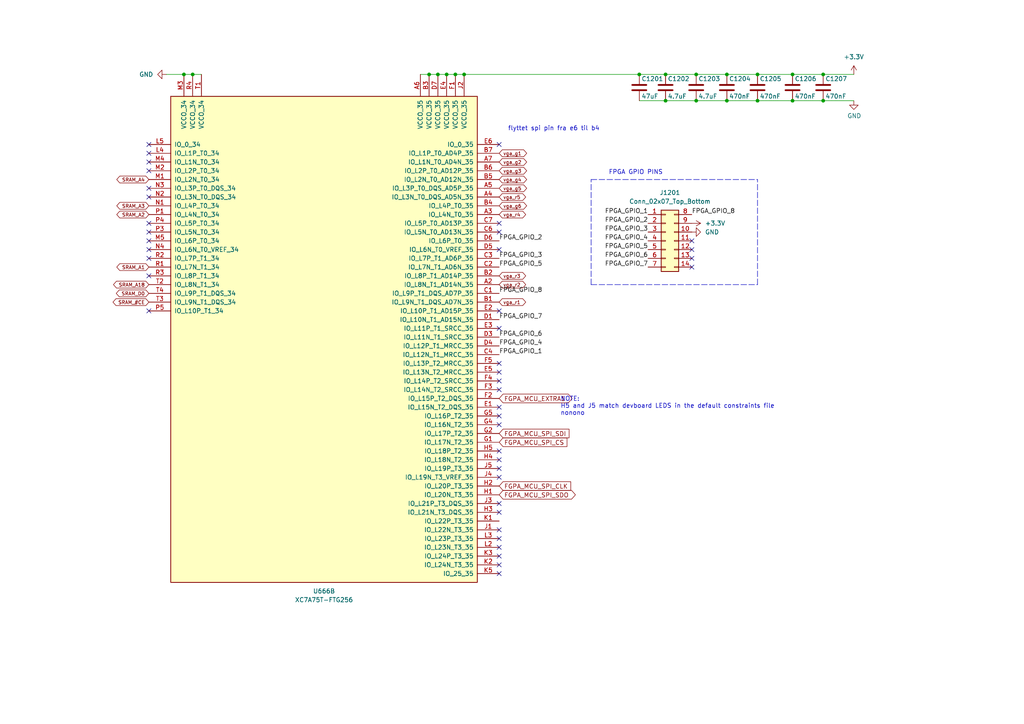
<source format=kicad_sch>
(kicad_sch (version 20211123) (generator eeschema)
  (paper "A4")
  (lib_symbols
    (symbol "Connector_Generic:Conn_02x07_Top_Bottom" (pin_names (offset 1.016) hide)
      (property "Reference" "J" (at 1.27 10.16 0))
      (property "Value" "Conn_02x07_Top_Bottom" (at 1.27 -10.16 0))
      (symbol "Conn_02x07_Top_Bottom_1_1"
        (rectangle (start -1.27 -7.493) (end 0 -7.747) (stroke (width 0.1524)))
        (rectangle (start -1.27 -4.953) (end 0 -5.207) (stroke (width 0.1524)))
        (rectangle (start -1.27 -2.413) (end 0 -2.667) (stroke (width 0.1524)))
        (rectangle (start -1.27 0.127) (end 0 -0.127) (stroke (width 0.1524)))
        (rectangle (start -1.27 2.667) (end 0 2.413) (stroke (width 0.1524)))
        (rectangle (start -1.27 5.207) (end 0 4.953) (stroke (width 0.1524)))
        (rectangle (start -1.27 7.747) (end 0 7.493) (stroke (width 0.1524)))
        (rectangle (start -1.27 8.89) (end 3.81 -8.89) (stroke (width 0.254)) (fill (type background)))
        (rectangle (start 3.81 -7.493) (end 2.54 -7.747) (stroke (width 0.1524)))
        (rectangle (start 3.81 -4.953) (end 2.54 -5.207) (stroke (width 0.1524)))
        (rectangle (start 3.81 -2.413) (end 2.54 -2.667) (stroke (width 0.1524)))
        (rectangle (start 3.81 0.127) (end 2.54 -0.127) (stroke (width 0.1524)))
        (rectangle (start 3.81 2.667) (end 2.54 2.413) (stroke (width 0.1524)))
        (rectangle (start 3.81 5.207) (end 2.54 4.953) (stroke (width 0.1524)))
        (rectangle (start 3.81 7.747) (end 2.54 7.493) (stroke (width 0.1524)))
        (pin passive line (at -5.08 7.62 0) (length 3.81) (name "Pin_1") (number "1"))
        (pin passive line (at 7.62 2.54 180) (length 3.81) (name "Pin_10") (number "10"))
        (pin passive line (at 7.62 0 180) (length 3.81) (name "Pin_11") (number "11"))
        (pin passive line (at 7.62 -2.54 180) (length 3.81) (name "Pin_12") (number "12"))
        (pin passive line (at 7.62 -5.08 180) (length 3.81) (name "Pin_13") (number "13"))
        (pin passive line (at 7.62 -7.62 180) (length 3.81) (name "Pin_14") (number "14"))
        (pin passive line (at -5.08 5.08 0) (length 3.81) (name "Pin_2") (number "2"))
        (pin passive line (at -5.08 2.54 0) (length 3.81) (name "Pin_3") (number "3"))
        (pin passive line (at -5.08 0 0) (length 3.81) (name "Pin_4") (number "4"))
        (pin passive line (at -5.08 -2.54 0) (length 3.81) (name "Pin_5") (number "5"))
        (pin passive line (at -5.08 -5.08 0) (length 3.81) (name "Pin_6") (number "6"))
        (pin passive line (at -5.08 -7.62 0) (length 3.81) (name "Pin_7") (number "7"))
        (pin passive line (at 7.62 7.62 180) (length 3.81) (name "Pin_8") (number "8"))
        (pin passive line (at 7.62 5.08 180) (length 3.81) (name "Pin_9") (number "9"))
      )
    )
    (symbol "Device:C" (pin_numbers hide) (pin_names (offset 0.254))
      (property "Reference" "C" (at 0.635 2.54 0))
      (property "Value" "C" (at 0.635 -2.54 0))
      (symbol "C_0_1"
        (polyline (pts (xy -2.032 -0.762) (xy 2.032 -0.762)) (stroke (width 0.508)))
        (polyline (pts (xy -2.032 0.762) (xy 2.032 0.762)) (stroke (width 0.508)))
      )
      (symbol "C_1_1"
        (pin passive line (at 0 3.81 270) (length 2.794) (name "~") (number "1"))
        (pin passive line (at 0 -3.81 90) (length 2.794) (name "~") (number "2"))
      )
    )
    (symbol "FPGA_Xilinx_Artix7:XC7A75T-FTG256" (pin_names (offset 1.016))
      (property "Reference" "U" (at 0 1.27 0))
      (property "Value" "XC7A75T-FTG256" (at 0 -1.27 0))
      (symbol "XC7A75T-FTG256_1_1"
        (rectangle (start -44.45 67.31) (end 44.45 -73.66) (stroke (width 0.254)) (fill (type background)))
        (pin bidirectional line (at 50.8 38.1 180) (length 6.35) (name "IO_L3N_T0_DQS_AD1N_15") (number "A10"))
        (pin bidirectional line (at 50.8 27.94 180) (length 6.35) (name "IO_L5N_T0_AD9N_15") (number "A12"))
        (pin bidirectional line (at 50.8 20.32 180) (length 6.35) (name "IO_L7P_T1_AD2P_15") (number "A13"))
        (pin bidirectional line (at 50.8 17.78 180) (length 6.35) (name "IO_L7N_T1_AD2N_15") (number "A14"))
        (pin bidirectional line (at 50.8 7.62 180) (length 6.35) (name "IO_L9N_T1_DQS_AD3N_15") (number "A15"))
        (pin power_in line (at 27.94 73.66 270) (length 6.35) (name "VCCO_15") (number "A16"))
        (pin bidirectional line (at 50.8 45.72 180) (length 6.35) (name "IO_L2P_T0_AD8P_15") (number "A8"))
        (pin bidirectional line (at 50.8 43.18 180) (length 6.35) (name "IO_L2N_T0_AD8N_15") (number "A9"))
        (pin bidirectional line (at 50.8 35.56 180) (length 6.35) (name "IO_L4P_T0_15") (number "B10"))
        (pin bidirectional line (at 50.8 33.02 180) (length 6.35) (name "IO_L4N_T0_15") (number "B11"))
        (pin bidirectional line (at 50.8 30.48 180) (length 6.35) (name "IO_L5P_T0_AD9P_15") (number "B12"))
        (pin power_in line (at 30.48 73.66 270) (length 6.35) (name "VCCO_15") (number "B13"))
        (pin bidirectional line (at 50.8 12.7 180) (length 6.35) (name "IO_L8N_T1_AD10N_15") (number "B14"))
        (pin bidirectional line (at 50.8 10.16 180) (length 6.35) (name "IO_L9P_T1_DQS_AD3P_15") (number "B15"))
        (pin bidirectional line (at 50.8 2.54 180) (length 6.35) (name "IO_L10N_T1_AD11N_15") (number "B16"))
        (pin bidirectional line (at 50.8 40.64 180) (length 6.35) (name "IO_L3P_T0_DQS_AD1P_15") (number "B9"))
        (pin power_in line (at 33.02 73.66 270) (length 6.35) (name "VCCO_15") (number "C10"))
        (pin bidirectional line (at 50.8 0 180) (length 6.35) (name "IO_L11P_T1_SRCC_15") (number "C11"))
        (pin bidirectional line (at 50.8 -2.54 180) (length 6.35) (name "IO_L11N_T1_SRCC_15") (number "C12"))
        (pin bidirectional line (at 50.8 -7.62 180) (length 6.35) (name "IO_L12N_T1_MRCC_15") (number "C13"))
        (pin bidirectional line (at 50.8 15.24 180) (length 6.35) (name "IO_L8P_T1_AD10P_15") (number "C14"))
        (pin bidirectional line (at 50.8 5.08 180) (length 6.35) (name "IO_L10P_T1_AD11P_15") (number "C16"))
        (pin bidirectional line (at 50.8 50.8 180) (length 6.35) (name "IO_L1P_T0_AD0P_15") (number "C8"))
        (pin bidirectional line (at 50.8 48.26 180) (length 6.35) (name "IO_L1N_T0_AD0N_15") (number "C9"))
        (pin bidirectional line (at 50.8 53.34 180) (length 6.35) (name "IO_0_15") (number "D10"))
        (pin bidirectional line (at 50.8 -17.78 180) (length 6.35) (name "IO_L14N_T2_SRCC_15") (number "D11"))
        (pin bidirectional line (at 50.8 -5.08 180) (length 6.35) (name "IO_L12P_T1_MRCC_15") (number "D13"))
        (pin bidirectional line (at 50.8 -20.32 180) (length 6.35) (name "IO_L15P_T2_DQS_15") (number "D14"))
        (pin bidirectional line (at 50.8 -22.86 180) (length 6.35) (name "IO_L15N_T2_DQS_ADV_B_15") (number "D15"))
        (pin bidirectional line (at 50.8 -33.02 180) (length 6.35) (name "IO_L17N_T2_A25_15") (number "D16"))
        (pin bidirectional line (at 50.8 25.4 180) (length 6.35) (name "IO_L6P_T0_15") (number "D8"))
        (pin bidirectional line (at 50.8 22.86 180) (length 6.35) (name "IO_L6N_T0_VREF_15") (number "D9"))
        (pin bidirectional line (at 50.8 -15.24 180) (length 6.35) (name "IO_L14P_T2_SRCC_15") (number "E11"))
        (pin bidirectional line (at 50.8 -10.16 180) (length 6.35) (name "IO_L13P_T2_MRCC_15") (number "E12"))
        (pin bidirectional line (at 50.8 -12.7 180) (length 6.35) (name "IO_L13N_T2_MRCC_15") (number "E13"))
        (pin power_in line (at 35.56 73.66 270) (length 6.35) (name "VCCO_15") (number "E14"))
        (pin bidirectional line (at 50.8 -38.1 180) (length 6.35) (name "IO_L18N_T2_A23_15") (number "E15"))
        (pin bidirectional line (at 50.8 -30.48 180) (length 6.35) (name "IO_L17P_T2_A26_15") (number "E16"))
        (pin bidirectional line (at 50.8 -25.4 180) (length 6.35) (name "IO_L16P_T2_A28_15") (number "F12"))
        (pin bidirectional line (at 50.8 -27.94 180) (length 6.35) (name "IO_L16N_T2_A27_15") (number "F13"))
        (pin bidirectional line (at 50.8 -53.34 180) (length 6.35) (name "IO_L21N_T3_DQS_A18_15") (number "F14"))
        (pin bidirectional line (at 50.8 -35.56 180) (length 6.35) (name "IO_L18P_T2_A24_15") (number "F15"))
        (pin bidirectional line (at 50.8 -71.12 180) (length 6.35) (name "IO_25_15") (number "G11"))
        (pin bidirectional line (at 50.8 -43.18 180) (length 6.35) (name "IO_L19N_T3_A21_VREF_15") (number "G12"))
        (pin bidirectional line (at 50.8 -50.8 180) (length 6.35) (name "IO_L21P_T3_DQS_15") (number "G14"))
        (pin bidirectional line (at 50.8 -68.58 180) (length 6.35) (name "IO_L24N_T3_RS0_15") (number "G15"))
        (pin bidirectional line (at 50.8 -58.42 180) (length 6.35) (name "IO_L22N_T3_A16_15") (number "G16"))
        (pin bidirectional line (at 50.8 -40.64 180) (length 6.35) (name "IO_L19P_T3_A22_15") (number "H11"))
        (pin bidirectional line (at 50.8 -45.72 180) (length 6.35) (name "IO_L20P_T3_A20_15") (number "H12"))
        (pin bidirectional line (at 50.8 -48.26 180) (length 6.35) (name "IO_L20N_T3_A19_15") (number "H13"))
        (pin bidirectional line (at 50.8 -66.04 180) (length 6.35) (name "IO_L24P_T3_RS1_15") (number "H14"))
        (pin power_in line (at 38.1 73.66 270) (length 6.35) (name "VCCO_15") (number "H15"))
        (pin bidirectional line (at 50.8 -55.88 180) (length 6.35) (name "IO_L22P_T3_A17_15") (number "H16"))
        (pin power_in line (at 40.64 73.66 270) (length 6.35) (name "VCCO_15") (number "J12"))
        (pin bidirectional line (at -50.8 50.8 0) (length 6.35) (name "IO_L1P_T0_D00_MOSI_14") (number "J13"))
        (pin bidirectional line (at -50.8 48.26 0) (length 6.35) (name "IO_L1N_T0_D01_DIN_14") (number "J14"))
        (pin bidirectional line (at 50.8 -60.96 180) (length 6.35) (name "IO_L23P_T3_FOE_B_15") (number "J15"))
        (pin bidirectional line (at 50.8 -63.5 180) (length 6.35) (name "IO_L23N_T3_FWE_B_15") (number "J16"))
        (pin bidirectional line (at -50.8 53.34 0) (length 6.35) (name "IO_0_14") (number "K12"))
        (pin bidirectional line (at -50.8 30.48 0) (length 6.35) (name "IO_L5P_T0_D06_14") (number "K13"))
        (pin bidirectional line (at -50.8 45.72 0) (length 6.35) (name "IO_L2P_T0_D02_14") (number "K15"))
        (pin bidirectional line (at -50.8 43.18 0) (length 6.35) (name "IO_L2N_T0_D03_14") (number "K16"))
        (pin bidirectional line (at -50.8 25.4 0) (length 6.35) (name "IO_L6P_T0_FCS_B_14") (number "L12"))
        (pin bidirectional line (at -50.8 27.94 0) (length 6.35) (name "IO_L5N_T0_D07_14") (number "L13"))
        (pin bidirectional line (at -50.8 35.56 0) (length 6.35) (name "IO_L4P_T0_D04_14") (number "L14"))
        (pin bidirectional line (at -50.8 40.64 0) (length 6.35) (name "IO_L3P_T0_DQS_PUDC_B_14") (number "L15"))
        (pin power_in line (at -40.64 73.66 270) (length 6.35) (name "VCCO_14") (number "L16"))
        (pin bidirectional line (at -50.8 22.86 0) (length 6.35) (name "IO_L6N_T0_D08_VREF_14") (number "M12"))
        (pin power_in line (at -38.1 73.66 270) (length 6.35) (name "VCCO_14") (number "M13"))
        (pin bidirectional line (at -50.8 33.02 0) (length 6.35) (name "IO_L4N_T0_D05_14") (number "M14"))
        (pin bidirectional line (at -50.8 38.1 0) (length 6.35) (name "IO_L3N_T0_DQS_EMCCLK_14") (number "M15"))
        (pin bidirectional line (at -50.8 20.32 0) (length 6.35) (name "IO_L7P_T1_D09_14") (number "M16"))
        (pin bidirectional line (at -50.8 -40.64 0) (length 6.35) (name "IO_L19P_T3_A10_D26_14") (number "M6"))
        (pin power_in line (at -35.56 73.66 270) (length 6.35) (name "VCCO_14") (number "N10"))
        (pin bidirectional line (at -50.8 -10.16 0) (length 6.35) (name "IO_L13P_T2_MRCC_14") (number "N11"))
        (pin bidirectional line (at -50.8 -12.7 0) (length 6.35) (name "IO_L13N_T2_MRCC_14") (number "N12"))
        (pin bidirectional line (at -50.8 0 0) (length 6.35) (name "IO_L11P_T1_SRCC_14") (number "N13"))
        (pin bidirectional line (at -50.8 -5.08 0) (length 6.35) (name "IO_L12P_T1_MRCC_14") (number "N14"))
        (pin bidirectional line (at -50.8 17.78 0) (length 6.35) (name "IO_L7N_T1_D10_14") (number "N16"))
        (pin bidirectional line (at -50.8 -43.18 0) (length 6.35) (name "IO_L19N_T3_A09_D25_VREF_14") (number "N6"))
        (pin bidirectional line (at -50.8 -35.56 0) (length 6.35) (name "IO_L18P_T2_A12_D28_14") (number "N9"))
        (pin bidirectional line (at -50.8 -15.24 0) (length 6.35) (name "IO_L14P_T2_SRCC_14") (number "P10"))
        (pin bidirectional line (at -50.8 -17.78 0) (length 6.35) (name "IO_L14N_T2_SRCC_14") (number "P11"))
        (pin bidirectional line (at -50.8 -2.54 0) (length 6.35) (name "IO_L11N_T1_SRCC_14") (number "P13"))
        (pin bidirectional line (at -50.8 -7.62 0) (length 6.35) (name "IO_L12N_T1_MRCC_14") (number "P14"))
        (pin bidirectional line (at -50.8 15.24 0) (length 6.35) (name "IO_L8P_T1_D11_14") (number "P15"))
        (pin bidirectional line (at -50.8 12.7 0) (length 6.35) (name "IO_L8N_T1_D12_14") (number "P16"))
        (pin bidirectional line (at -50.8 -71.12 0) (length 6.35) (name "IO_25_14") (number "P6"))
        (pin power_in line (at -33.02 73.66 270) (length 6.35) (name "VCCO_14") (number "P7"))
        (pin bidirectional line (at -50.8 -45.72 0) (length 6.35) (name "IO_L20P_T3_A08_D24_14") (number "P8"))
        (pin bidirectional line (at -50.8 -38.1 0) (length 6.35) (name "IO_L18N_T2_A11_D27_14") (number "P9"))
        (pin bidirectional line (at -50.8 -30.48 0) (length 6.35) (name "IO_L17P_T2_A14_D30_14") (number "R10"))
        (pin bidirectional line (at -50.8 -33.02 0) (length 6.35) (name "IO_L17N_T2_A13_D29_14") (number "R11"))
        (pin bidirectional line (at -50.8 -20.32 0) (length 6.35) (name "IO_L15P_T2_DQS_RDWR_B_14") (number "R12"))
        (pin bidirectional line (at -50.8 -25.4 0) (length 6.35) (name "IO_L16P_T2_CSI_B_14") (number "R13"))
        (pin power_in line (at -30.48 73.66 270) (length 6.35) (name "VCCO_14") (number "R14"))
        (pin bidirectional line (at -50.8 10.16 0) (length 6.35) (name "IO_L9P_T1_DQS_14") (number "R15"))
        (pin bidirectional line (at -50.8 7.62 0) (length 6.35) (name "IO_L9N_T1_DQS_D13_14") (number "R16"))
        (pin bidirectional line (at -50.8 -60.96 0) (length 6.35) (name "IO_L23P_T3_A03_D19_14") (number "R5"))
        (pin bidirectional line (at -50.8 -66.04 0) (length 6.35) (name "IO_L24P_T3_A01_D17_14") (number "R6"))
        (pin bidirectional line (at -50.8 -68.58 0) (length 6.35) (name "IO_L24N_T3_A00_D16_14") (number "R7"))
        (pin bidirectional line (at -50.8 -48.26 0) (length 6.35) (name "IO_L20N_T3_A07_D23_14") (number "R8"))
        (pin bidirectional line (at -50.8 -58.42 0) (length 6.35) (name "IO_L22N_T3_A04_D20_14") (number "T10"))
        (pin power_in line (at -27.94 73.66 270) (length 6.35) (name "VCCO_14") (number "T11"))
        (pin bidirectional line (at -50.8 -22.86 0) (length 6.35) (name "IO_L15N_T2_DQS_DOUT_CSO_B_14") (number "T12"))
        (pin bidirectional line (at -50.8 -27.94 0) (length 6.35) (name "IO_L16N_T2_A15_D31_14") (number "T13"))
        (pin bidirectional line (at -50.8 5.08 0) (length 6.35) (name "IO_L10P_T1_D14_14") (number "T14"))
        (pin bidirectional line (at -50.8 2.54 0) (length 6.35) (name "IO_L10N_T1_D15_14") (number "T15"))
        (pin bidirectional line (at -50.8 -63.5 0) (length 6.35) (name "IO_L23N_T3_A02_D18_14") (number "T5"))
        (pin bidirectional line (at -50.8 -50.8 0) (length 6.35) (name "IO_L21P_T3_DQS_14") (number "T7"))
        (pin bidirectional line (at -50.8 -53.34 0) (length 6.35) (name "IO_L21N_T3_DQS_A06_D22_14") (number "T8"))
        (pin bidirectional line (at -50.8 -55.88 0) (length 6.35) (name "IO_L22P_T3_A05_D21_14") (number "T9"))
      )
      (symbol "XC7A75T-FTG256_2_1"
        (rectangle (start -44.45 67.31) (end 44.45 -73.66) (stroke (width 0.254)) (fill (type background)))
        (pin bidirectional line (at 50.8 12.7 180) (length 6.35) (name "IO_L8N_T1_AD14N_35") (number "A2"))
        (pin bidirectional line (at 50.8 33.02 180) (length 6.35) (name "IO_L4N_T0_35") (number "A3"))
        (pin bidirectional line (at 50.8 38.1 180) (length 6.35) (name "IO_L3N_T0_DQS_AD5N_35") (number "A4"))
        (pin bidirectional line (at 50.8 40.64 180) (length 6.35) (name "IO_L3P_T0_DQS_AD5P_35") (number "A5"))
        (pin power_in line (at 27.94 73.66 270) (length 6.35) (name "VCCO_35") (number "A6"))
        (pin bidirectional line (at 50.8 48.26 180) (length 6.35) (name "IO_L1N_T0_AD4N_35") (number "A7"))
        (pin bidirectional line (at 50.8 7.62 180) (length 6.35) (name "IO_L9N_T1_DQS_AD7N_35") (number "B1"))
        (pin bidirectional line (at 50.8 15.24 180) (length 6.35) (name "IO_L8P_T1_AD14P_35") (number "B2"))
        (pin power_in line (at 30.48 73.66 270) (length 6.35) (name "VCCO_35") (number "B3"))
        (pin bidirectional line (at 50.8 35.56 180) (length 6.35) (name "IO_L4P_T0_35") (number "B4"))
        (pin bidirectional line (at 50.8 43.18 180) (length 6.35) (name "IO_L2N_T0_AD12N_35") (number "B5"))
        (pin bidirectional line (at 50.8 45.72 180) (length 6.35) (name "IO_L2P_T0_AD12P_35") (number "B6"))
        (pin bidirectional line (at 50.8 50.8 180) (length 6.35) (name "IO_L1P_T0_AD4P_35") (number "B7"))
        (pin bidirectional line (at 50.8 10.16 180) (length 6.35) (name "IO_L9P_T1_DQS_AD7P_35") (number "C1"))
        (pin bidirectional line (at 50.8 17.78 180) (length 6.35) (name "IO_L7N_T1_AD6N_35") (number "C2"))
        (pin bidirectional line (at 50.8 20.32 180) (length 6.35) (name "IO_L7P_T1_AD6P_35") (number "C3"))
        (pin bidirectional line (at 50.8 -7.62 180) (length 6.35) (name "IO_L12N_T1_MRCC_35") (number "C4"))
        (pin bidirectional line (at 50.8 27.94 180) (length 6.35) (name "IO_L5N_T0_AD13N_35") (number "C6"))
        (pin bidirectional line (at 50.8 30.48 180) (length 6.35) (name "IO_L5P_T0_AD13P_35") (number "C7"))
        (pin bidirectional line (at 50.8 2.54 180) (length 6.35) (name "IO_L10N_T1_AD15N_35") (number "D1"))
        (pin bidirectional line (at 50.8 -2.54 180) (length 6.35) (name "IO_L11N_T1_SRCC_35") (number "D3"))
        (pin bidirectional line (at 50.8 -5.08 180) (length 6.35) (name "IO_L12P_T1_MRCC_35") (number "D4"))
        (pin bidirectional line (at 50.8 22.86 180) (length 6.35) (name "IO_L6N_T0_VREF_35") (number "D5"))
        (pin bidirectional line (at 50.8 25.4 180) (length 6.35) (name "IO_L6P_T0_35") (number "D6"))
        (pin power_in line (at 33.02 73.66 270) (length 6.35) (name "VCCO_35") (number "D7"))
        (pin bidirectional line (at 50.8 -22.86 180) (length 6.35) (name "IO_L15N_T2_DQS_35") (number "E1"))
        (pin bidirectional line (at 50.8 5.08 180) (length 6.35) (name "IO_L10P_T1_AD15P_35") (number "E2"))
        (pin bidirectional line (at 50.8 0 180) (length 6.35) (name "IO_L11P_T1_SRCC_35") (number "E3"))
        (pin power_in line (at 35.56 73.66 270) (length 6.35) (name "VCCO_35") (number "E4"))
        (pin bidirectional line (at 50.8 -12.7 180) (length 6.35) (name "IO_L13N_T2_MRCC_35") (number "E5"))
        (pin bidirectional line (at 50.8 53.34 180) (length 6.35) (name "IO_0_35") (number "E6"))
        (pin power_in line (at 38.1 73.66 270) (length 6.35) (name "VCCO_35") (number "F1"))
        (pin bidirectional line (at 50.8 -20.32 180) (length 6.35) (name "IO_L15P_T2_DQS_35") (number "F2"))
        (pin bidirectional line (at 50.8 -17.78 180) (length 6.35) (name "IO_L14N_T2_SRCC_35") (number "F3"))
        (pin bidirectional line (at 50.8 -15.24 180) (length 6.35) (name "IO_L14P_T2_SRCC_35") (number "F4"))
        (pin bidirectional line (at 50.8 -10.16 180) (length 6.35) (name "IO_L13P_T2_MRCC_35") (number "F5"))
        (pin bidirectional line (at 50.8 -33.02 180) (length 6.35) (name "IO_L17N_T2_35") (number "G1"))
        (pin bidirectional line (at 50.8 -30.48 180) (length 6.35) (name "IO_L17P_T2_35") (number "G2"))
        (pin bidirectional line (at 50.8 -27.94 180) (length 6.35) (name "IO_L16N_T2_35") (number "G4"))
        (pin bidirectional line (at 50.8 -25.4 180) (length 6.35) (name "IO_L16P_T2_35") (number "G5"))
        (pin bidirectional line (at 50.8 -48.26 180) (length 6.35) (name "IO_L20N_T3_35") (number "H1"))
        (pin bidirectional line (at 50.8 -45.72 180) (length 6.35) (name "IO_L20P_T3_35") (number "H2"))
        (pin bidirectional line (at 50.8 -53.34 180) (length 6.35) (name "IO_L21N_T3_DQS_35") (number "H3"))
        (pin bidirectional line (at 50.8 -38.1 180) (length 6.35) (name "IO_L18N_T2_35") (number "H4"))
        (pin bidirectional line (at 50.8 -35.56 180) (length 6.35) (name "IO_L18P_T2_35") (number "H5"))
        (pin bidirectional line (at 50.8 -58.42 180) (length 6.35) (name "IO_L22N_T3_35") (number "J1"))
        (pin power_in line (at 40.64 73.66 270) (length 6.35) (name "VCCO_35") (number "J2"))
        (pin bidirectional line (at 50.8 -50.8 180) (length 6.35) (name "IO_L21P_T3_DQS_35") (number "J3"))
        (pin bidirectional line (at 50.8 -43.18 180) (length 6.35) (name "IO_L19N_T3_VREF_35") (number "J4"))
        (pin bidirectional line (at 50.8 -40.64 180) (length 6.35) (name "IO_L19P_T3_35") (number "J5"))
        (pin bidirectional line (at 50.8 -55.88 180) (length 6.35) (name "IO_L22P_T3_35") (number "K1"))
        (pin bidirectional line (at 50.8 -68.58 180) (length 6.35) (name "IO_L24N_T3_35") (number "K2"))
        (pin bidirectional line (at 50.8 -66.04 180) (length 6.35) (name "IO_L24P_T3_35") (number "K3"))
        (pin bidirectional line (at 50.8 -71.12 180) (length 6.35) (name "IO_25_35") (number "K5"))
        (pin bidirectional line (at 50.8 -63.5 180) (length 6.35) (name "IO_L23N_T3_35") (number "L2"))
        (pin bidirectional line (at 50.8 -60.96 180) (length 6.35) (name "IO_L23P_T3_35") (number "L3"))
        (pin bidirectional line (at -50.8 50.8 0) (length 6.35) (name "IO_L1P_T0_34") (number "L4"))
        (pin bidirectional line (at -50.8 53.34 0) (length 6.35) (name "IO_0_34") (number "L5"))
        (pin bidirectional line (at -50.8 43.18 0) (length 6.35) (name "IO_L2N_T0_34") (number "M1"))
        (pin bidirectional line (at -50.8 45.72 0) (length 6.35) (name "IO_L2P_T0_34") (number "M2"))
        (pin power_in line (at -40.64 73.66 270) (length 6.35) (name "VCCO_34") (number "M3"))
        (pin bidirectional line (at -50.8 48.26 0) (length 6.35) (name "IO_L1N_T0_34") (number "M4"))
        (pin bidirectional line (at -50.8 25.4 0) (length 6.35) (name "IO_L6P_T0_34") (number "M5"))
        (pin bidirectional line (at -50.8 35.56 0) (length 6.35) (name "IO_L4P_T0_34") (number "N1"))
        (pin bidirectional line (at -50.8 38.1 0) (length 6.35) (name "IO_L3N_T0_DQS_34") (number "N2"))
        (pin bidirectional line (at -50.8 40.64 0) (length 6.35) (name "IO_L3P_T0_DQS_34") (number "N3"))
        (pin bidirectional line (at -50.8 22.86 0) (length 6.35) (name "IO_L6N_T0_VREF_34") (number "N4"))
        (pin bidirectional line (at -50.8 33.02 0) (length 6.35) (name "IO_L4N_T0_34") (number "P1"))
        (pin bidirectional line (at -50.8 27.94 0) (length 6.35) (name "IO_L5N_T0_34") (number "P3"))
        (pin bidirectional line (at -50.8 30.48 0) (length 6.35) (name "IO_L5P_T0_34") (number "P4"))
        (pin bidirectional line (at -50.8 5.08 0) (length 6.35) (name "IO_L10P_T1_34") (number "P5"))
        (pin bidirectional line (at -50.8 17.78 0) (length 6.35) (name "IO_L7N_T1_34") (number "R1"))
        (pin bidirectional line (at -50.8 20.32 0) (length 6.35) (name "IO_L7P_T1_34") (number "R2"))
        (pin bidirectional line (at -50.8 15.24 0) (length 6.35) (name "IO_L8P_T1_34") (number "R3"))
        (pin power_in line (at -38.1 73.66 270) (length 6.35) (name "VCCO_34") (number "R4"))
        (pin power_in line (at -35.56 73.66 270) (length 6.35) (name "VCCO_34") (number "T1"))
        (pin bidirectional line (at -50.8 12.7 0) (length 6.35) (name "IO_L8N_T1_34") (number "T2"))
        (pin bidirectional line (at -50.8 7.62 0) (length 6.35) (name "IO_L9N_T1_DQS_34") (number "T3"))
        (pin bidirectional line (at -50.8 10.16 0) (length 6.35) (name "IO_L9P_T1_DQS_34") (number "T4"))
      )
      (symbol "XC7A75T-FTG256_3_1"
        (rectangle (start -31.75 34.29) (end 31.75 -40.64) (stroke (width 0.254)) (fill (type background)))
        (pin bidirectional line (at 38.1 -15.24 180) (length 6.35) (name "CFGBVS_0") (number "E7"))
        (pin bidirectional line (at 38.1 7.62 180) (length 6.35) (name "CCLK_0") (number "E8"))
        (pin bidirectional line (at 38.1 -5.08 180) (length 6.35) (name "DONE_0") (number "H10"))
        (pin bidirectional line (at 38.1 -30.48 180) (length 6.35) (name "VREFN_0") (number "H7"))
        (pin bidirectional line (at 38.1 -20.32 180) (length 6.35) (name "VP_0") (number "H8"))
        (pin bidirectional line (at 38.1 -22.86 180) (length 6.35) (name "VN_0") (number "J7"))
        (pin bidirectional line (at 38.1 -27.94 180) (length 6.35) (name "VREFP_0") (number "J8"))
        (pin bidirectional line (at 38.1 -7.62 180) (length 6.35) (name "INIT_B_0") (number "K10"))
        (pin bidirectional line (at 38.1 -38.1 180) (length 6.35) (name "DXN_0") (number "K7"))
        (pin bidirectional line (at 38.1 -35.56 180) (length 6.35) (name "DXP_0") (number "K8"))
        (pin power_in line (at 27.94 40.64 270) (length 6.35) (name "VCCO_0") (number "L6"))
        (pin bidirectional line (at 38.1 12.7 180) (length 6.35) (name "TCK_0") (number "L7"))
        (pin bidirectional line (at 38.1 -10.16 180) (length 6.35) (name "PROGRAM_B_0") (number "L9"))
        (pin bidirectional line (at 38.1 2.54 180) (length 6.35) (name "M1_0") (number "M10"))
        (pin bidirectional line (at 38.1 0 180) (length 6.35) (name "M2_0") (number "M11"))
        (pin bidirectional line (at 38.1 15.24 180) (length 6.35) (name "TMS_0") (number "M7"))
        (pin bidirectional line (at 38.1 5.08 180) (length 6.35) (name "M0_0") (number "M9"))
        (pin bidirectional line (at 38.1 20.32 180) (length 6.35) (name "TDI_0") (number "N7"))
        (pin bidirectional line (at 38.1 17.78 180) (length 6.35) (name "TDO_0") (number "N8"))
      )
      (symbol "XC7A75T-FTG256_4_1"
        (rectangle (start -19.05 35.56) (end 19.05 -35.56) (stroke (width 0.254)) (fill (type background)))
        (pin power_in line (at -25.4 2.54 0) (length 6.35) (name "GND") (number "A1"))
        (pin power_in line (at -25.4 0 0) (length 6.35) (name "GND") (number "A11"))
        (pin power_in line (at -25.4 -2.54 0) (length 6.35) (name "GND") (number "B8"))
        (pin power_in line (at -25.4 -7.62 0) (length 6.35) (name "GND") (number "C15"))
        (pin power_in line (at -25.4 -5.08 0) (length 6.35) (name "GND") (number "C5"))
        (pin power_in line (at -25.4 -12.7 0) (length 6.35) (name "GND") (number "D12"))
        (pin power_in line (at -25.4 -10.16 0) (length 6.35) (name "GND") (number "D2"))
        (pin power_in line (at -25.4 12.7 0) (length 6.35) (name "VCCBRAM") (number "E10"))
        (pin power_in line (at -25.4 -15.24 0) (length 6.35) (name "GND") (number "E9"))
        (pin power_in line (at -25.4 -20.32 0) (length 6.35) (name "GND") (number "F10"))
        (pin power_in line (at -25.4 10.16 0) (length 6.35) (name "VCCBRAM") (number "F11"))
        (pin power_in line (at -25.4 -22.86 0) (length 6.35) (name "GND") (number "F16"))
        (pin power_in line (at -25.4 -17.78 0) (length 6.35) (name "GND") (number "F6"))
        (pin power_in line (at 25.4 33.02 180) (length 6.35) (name "VCCINT") (number "F7"))
        (pin power_in line (at -25.4 15.24 0) (length 6.35) (name "VCCBATT_0") (number "F8"))
        (pin power_in line (at 25.4 30.48 180) (length 6.35) (name "VCCINT") (number "F9"))
        (pin power_in line (at -25.4 33.02 0) (length 6.35) (name "VCCAUX") (number "G10"))
        (pin power_in line (at -25.4 -30.48 0) (length 6.35) (name "GND") (number "G13"))
        (pin power_in line (at -25.4 -25.4 0) (length 6.35) (name "GND") (number "G3"))
        (pin power_in line (at 25.4 27.94 180) (length 6.35) (name "VCCINT") (number "G6"))
        (pin power_in line (at -25.4 20.32 0) (length 6.35) (name "GNDADC_0") (number "G7"))
        (pin power_in line (at -25.4 17.78 0) (length 6.35) (name "VCCADC_0") (number "G8"))
        (pin power_in line (at -25.4 -27.94 0) (length 6.35) (name "GND") (number "G9"))
        (pin power_in line (at -25.4 -33.02 0) (length 6.35) (name "GND") (number "H6"))
        (pin power_in line (at 25.4 25.4 180) (length 6.35) (name "VCCINT") (number "H9"))
        (pin power_in line (at -25.4 30.48 0) (length 6.35) (name "VCCAUX") (number "J10"))
        (pin power_in line (at 25.4 0 180) (length 6.35) (name "GND") (number "J11"))
        (pin power_in line (at 25.4 22.86 180) (length 6.35) (name "VCCINT") (number "J6"))
        (pin power_in line (at 25.4 2.54 180) (length 6.35) (name "GND") (number "J9"))
        (pin power_in line (at -25.4 27.94 0) (length 6.35) (name "VCCAUX") (number "K11"))
        (pin power_in line (at 25.4 -7.62 180) (length 6.35) (name "GND") (number "K14"))
        (pin power_in line (at 25.4 -2.54 180) (length 6.35) (name "GND") (number "K4"))
        (pin power_in line (at 25.4 -5.08 180) (length 6.35) (name "GND") (number "K6"))
        (pin power_in line (at 25.4 20.32 180) (length 6.35) (name "VCCINT") (number "K9"))
        (pin power_in line (at 25.4 -10.16 180) (length 6.35) (name "GND") (number "L1"))
        (pin power_in line (at -25.4 25.4 0) (length 6.35) (name "VCCAUX") (number "L10"))
        (pin power_in line (at 25.4 -12.7 180) (length 6.35) (name "GND") (number "L11"))
        (pin power_in line (at 25.4 17.78 180) (length 6.35) (name "VCCINT") (number "L8"))
        (pin power_in line (at 25.4 -15.24 180) (length 6.35) (name "GND") (number "M8"))
        (pin power_in line (at 25.4 -20.32 180) (length 6.35) (name "GND") (number "N15"))
        (pin power_in line (at 25.4 -17.78 180) (length 6.35) (name "GND") (number "N5"))
        (pin power_in line (at 25.4 -25.4 180) (length 6.35) (name "GND") (number "P12"))
        (pin power_in line (at 25.4 -22.86 180) (length 6.35) (name "GND") (number "P2"))
        (pin power_in line (at 25.4 -27.94 180) (length 6.35) (name "GND") (number "R9"))
        (pin power_in line (at 25.4 -33.02 180) (length 6.35) (name "GND") (number "T16"))
        (pin power_in line (at 25.4 -30.48 180) (length 6.35) (name "GND") (number "T6"))
      )
    )
    (symbol "power:+3.3V" (power) (pin_names (offset 0))
      (property "Value" "+3.3V" (at 0 3.556 0))
      (symbol "+3.3V_0_1"
        (polyline (pts (xy -0.762 1.27) (xy 0 2.54)))
        (polyline (pts (xy 0 0) (xy 0 2.54)))
        (polyline (pts (xy 0 2.54) (xy 0.762 1.27)))
      )
      (symbol "+3.3V_1_1"
        (pin power_in line (at 0 0 90) (length 0) hide (name "+3.3V") (number "1"))
      )
    )
    (symbol "power:GND" (power) (pin_names (offset 0))
      (property "Value" "GND" (at 0 -3.81 0))
      (symbol "GND_0_1"
        (polyline (pts (xy 0 0) (xy 0 -1.27) (xy 1.27 -1.27) (xy 0 -2.54) (xy -1.27 -1.27) (xy 0 -1.27)))
      )
      (symbol "GND_1_1"
        (pin power_in line (at 0 0 270) (length 0) hide (name "GND") (number "1"))
      )
    )
  )
  (junction (at 210.82 29.21))
  (junction (at 127 21.59))
  (junction (at 193.04 29.21))
  (junction (at 185.42 21.59))
  (junction (at 219.71 21.59))
  (junction (at 201.93 21.59))
  (junction (at 55.88 21.59))
  (junction (at 219.71 29.21))
  (junction (at 238.76 29.21))
  (junction (at 201.93 29.21))
  (junction (at 229.87 21.59))
  (junction (at 132.08 21.59))
  (junction (at 210.82 21.59))
  (junction (at 238.76 21.59))
  (junction (at 229.87 29.21))
  (junction (at 193.04 21.59))
  (junction (at 129.54 21.59))
  (junction (at 53.34 21.59))
  (junction (at 124.46 21.59))
  (junction (at 134.62 21.59))
  (no_connect (at 144.78 123.19))
  (no_connect (at 144.78 133.35))
  (no_connect (at 144.78 138.43))
  (no_connect (at 144.78 146.05))
  (no_connect (at 144.78 148.59))
  (no_connect (at 144.78 153.67))
  (no_connect (at 144.78 156.21))
  (no_connect (at 200.66 77.47))
  (no_connect (at 43.18 64.77))
  (no_connect (at 43.18 67.31))
  (no_connect (at 144.78 41.91))
  (no_connect (at 144.78 72.39))
  (no_connect (at 43.18 41.91))
  (no_connect (at 43.18 44.45))
  (no_connect (at 43.18 46.99))
  (no_connect (at 43.18 49.53))
  (no_connect (at 43.18 54.61))
  (no_connect (at 43.18 57.15))
  (no_connect (at 144.78 95.25))
  (no_connect (at 144.78 67.31))
  (no_connect (at 144.78 90.17))
  (no_connect (at 200.66 72.39))
  (no_connect (at 144.78 64.77))
  (no_connect (at 144.78 118.11))
  (no_connect (at 144.78 113.03))
  (no_connect (at 144.78 105.41))
  (no_connect (at 144.78 107.95))
  (no_connect (at 43.18 69.85))
  (no_connect (at 43.18 72.39))
  (no_connect (at 43.18 74.93))
  (no_connect (at 43.18 80.01))
  (no_connect (at 43.18 90.17))
  (no_connect (at 144.78 120.65))
  (no_connect (at 144.78 135.89))
  (no_connect (at 144.78 158.75))
  (no_connect (at 144.78 161.29))
  (no_connect (at 144.78 163.83))
  (no_connect (at 144.78 166.37))
  (no_connect (at 200.66 69.85))
  (no_connect (at 144.78 130.81))
  (no_connect (at 200.66 74.93))
  (no_connect (at 144.78 110.49))
  (wire (pts (xy 193.04 29.21) (xy 201.93 29.21)))
  (wire (pts (xy 185.42 21.59) (xy 193.04 21.59)))
  (wire (pts (xy 201.93 21.59) (xy 210.82 21.59)))
  (wire (pts (xy 219.71 21.59) (xy 229.87 21.59)))
  (wire (pts (xy 210.82 21.59) (xy 219.71 21.59)))
  (polyline (pts (xy 171.45 52.07) (xy 219.71 52.07)))
  (wire (pts (xy 219.71 29.21) (xy 229.87 29.21)))
  (wire (pts (xy 48.26 21.59) (xy 53.34 21.59)))
  (wire (pts (xy 132.08 21.59) (xy 134.62 21.59)))
  (wire (pts (xy 185.42 29.21) (xy 193.04 29.21)))
  (wire (pts (xy 238.76 21.59) (xy 247.65 21.59)))
  (wire (pts (xy 193.04 21.59) (xy 201.93 21.59)))
  (polyline (pts (xy 171.45 82.55) (xy 219.71 82.55)))
  (wire (pts (xy 229.87 29.21) (xy 238.76 29.21)))
  (wire (pts (xy 134.62 21.59) (xy 185.42 21.59)))
  (wire (pts (xy 210.82 29.21) (xy 219.71 29.21)))
  (polyline (pts (xy 219.71 82.55) (xy 219.71 52.07)))
  (wire (pts (xy 238.76 29.21) (xy 247.65 29.21)))
  (wire (pts (xy 124.46 21.59) (xy 127 21.59)))
  (wire (pts (xy 127 21.59) (xy 129.54 21.59)))
  (wire (pts (xy 229.87 21.59) (xy 238.76 21.59)))
  (polyline (pts (xy 171.45 82.55) (xy 171.45 52.07)))
  (wire (pts (xy 201.93 29.21) (xy 210.82 29.21)))
  (wire (pts (xy 129.54 21.59) (xy 132.08 21.59)))
  (wire (pts (xy 55.88 21.59) (xy 58.42 21.59)))
  (wire (pts (xy 121.92 21.59) (xy 124.46 21.59)))
  (wire (pts (xy 53.34 21.59) (xy 55.88 21.59)))
  (text "NOTE:\nH5 and J5 match devboard LEDS in the default constraints file\nnonono" (at 162.56 120.65 0) (effects (font (size 1.27 1.27)) (justify left bottom)))
  (text "FPGA GPIO PINS" (at 176.53 50.8 0) (effects (font (size 1.27 1.27)) (justify left bottom)))
  (text "flyttet spi pin fra e6 til b4\n" (at 147.32 38.1 0) (effects (font (size 1.27 1.27)) (justify left bottom)))
  (label "FPGA_GPIO_7" (at 187.96 77.47 180))
  (label "FPGA_GPIO_2" (at 144.78 69.85 0))
  (label "FPGA_GPIO_8" (at 200.66 62.23 0))
  (label "FPGA_GPIO_4" (at 144.78 100.33 0))
  (label "FPGA_GPIO_7" (at 144.78 92.71 0))
  (label "FPGA_GPIO_6" (at 187.96 74.93 180))
  (label "FPGA_GPIO_5" (at 144.78 77.47 0))
  (label "FPGA_GPIO_4" (at 187.96 69.85 180))
  (label "FPGA_GPIO_8" (at 144.78 85.09 0))
  (label "FPGA_GPIO_5" (at 187.96 72.39 180))
  (label "FPGA_GPIO_1" (at 187.96 62.23 180))
  (label "FPGA_GPIO_3" (at 187.96 67.31 180))
  (label "FPGA_GPIO_2" (at 187.96 64.77 180))
  (label "FPGA_GPIO_3" (at 144.78 74.93 0))
  (label "FPGA_GPIO_6" (at 144.78 97.79 0))
  (label "FPGA_GPIO_1" (at 144.78 102.87 0))
  (global_label "vga_g4" (shape bidirectional) (at 144.78 52.07 0) (effects (font (size 1 1))) (property "Intersheet References" "${INTERSHEET_REFS}" (effects hide)))
  (global_label "vga_r2" (shape bidirectional) (at 144.78 82.55 0) (effects (font (size 1 1))) (property "Intersheet References" "${INTERSHEET_REFS}" (effects hide)))
  (global_label "FGPA_MCU_SPI_CLK" (shape input) (at 144.78 140.97 0) (property "Intersheet References" "${INTERSHEET_REFS}" (effects hide)))
  (global_label "SRAM_A3" (shape bidirectional) (at 43.18 59.69 180) (effects (font (size 1 1))) (property "Intersheet References" "${INTERSHEET_REFS}" (effects hide)))
  (global_label "SRAM_A18" (shape bidirectional) (at 43.18 82.55 180) (effects (font (size 1 1))) (property "Intersheet References" "${INTERSHEET_REFS}" (effects hide)))
  (global_label "SRAM_A2" (shape bidirectional) (at 43.18 62.23 180) (effects (font (size 1 1))) (property "Intersheet References" "${INTERSHEET_REFS}" (effects hide)))
  (global_label "FGPA_MCU_EXTRA1" (shape bidirectional) (at 144.78 115.57 0) (property "Intersheet References" "${INTERSHEET_REFS}" (effects hide)))
  (global_label "SRAM_A1" (shape bidirectional) (at 43.18 77.47 180) (effects (font (size 1 1))) (property "Intersheet References" "${INTERSHEET_REFS}" (effects hide)))
  (global_label "vga_r1" (shape bidirectional) (at 144.78 87.63 0) (effects (font (size 1 1))) (property "Intersheet References" "${INTERSHEET_REFS}" (effects hide)))
  (global_label "vga_r4" (shape bidirectional) (at 144.78 62.23 0) (effects (font (size 1 1))) (property "Intersheet References" "${INTERSHEET_REFS}" (effects hide)))
  (global_label "vga_g3" (shape bidirectional) (at 144.78 49.53 0) (effects (font (size 1 1))) (property "Intersheet References" "${INTERSHEET_REFS}" (effects hide)))
  (global_label "vga_r3" (shape bidirectional) (at 144.78 80.01 0) (effects (font (size 1 1))) (property "Intersheet References" "${INTERSHEET_REFS}" (effects hide)))
  (global_label "SRAM_A4" (shape bidirectional) (at 43.18 52.07 180) (effects (font (size 1 1))) (property "Intersheet References" "${INTERSHEET_REFS}" (effects hide)))
  (global_label "FGPA_MCU_SPI_SDI" (shape input) (at 144.78 125.73 0) (property "Intersheet References" "${INTERSHEET_REFS}" (effects hide)))
  (global_label "vga_g5" (shape bidirectional) (at 144.78 54.61 0) (effects (font (size 1 1))) (property "Intersheet References" "${INTERSHEET_REFS}" (effects hide)))
  (global_label "vga_g1" (shape bidirectional) (at 144.78 44.45 0) (effects (font (size 1 1))) (property "Intersheet References" "${INTERSHEET_REFS}" (effects hide)))
  (global_label "SRAM_#CE" (shape bidirectional) (at 43.18 87.63 180) (effects (font (size 1 1))) (property "Intersheet References" "${INTERSHEET_REFS}" (effects hide)))
  (global_label "vga_g2" (shape bidirectional) (at 144.78 46.99 0) (effects (font (size 1 1))) (property "Intersheet References" "${INTERSHEET_REFS}" (effects hide)))
  (global_label "vga_g6" (shape bidirectional) (at 144.78 59.69 0) (effects (font (size 1 1))) (property "Intersheet References" "${INTERSHEET_REFS}" (effects hide)))
  (global_label "vga_r5" (shape bidirectional) (at 144.78 57.15 0) (effects (font (size 1 1))) (property "Intersheet References" "${INTERSHEET_REFS}" (effects hide)))
  (global_label "FGPA_MCU_SPI_CS" (shape input) (at 144.78 128.27 0) (property "Intersheet References" "${INTERSHEET_REFS}" (effects hide)))
  (global_label "FGPA_MCU_SPI_SDO" (shape bidirectional) (at 144.78 143.51 0) (property "Intersheet References" "${INTERSHEET_REFS}" (effects hide)))
  (global_label "SRAM_D0" (shape bidirectional) (at 43.18 85.09 180) (effects (font (size 1 1))) (property "Intersheet References" "${INTERSHEET_REFS}" (effects hide)))
  (symbol (lib_id "Connector_Generic:Conn_02x07_Top_Bottom") (at 193.04 69.85 0) (unit 1)
    (property "Reference" "J1201" (at 194.31 55.88 0))
    (property "Value" "Conn_02x07_Top_Bottom" (at 194.31 58.42 0))
    (property "Footprint" "Connector_PinHeader_2.54mm:PinHeader_2x07_P2.54mm_Vertical" (effects hide))
  )
  (symbol (lib_id "FPGA_Xilinx_Artix7:XC7A75T-FTG256") (at 93.98 95.25 0) (unit 2)
    (property "Reference" "U666" (at 93.98 171.45 0))
    (property "Value" "XC7A75T-FTG256" (at 93.98 173.99 0))
    (property "Footprint" "Package_BGA:Xilinx_FTG256" (effects hide))
  )
  (symbol (lib_id "Device:C") (at 229.87 25.4 0) (unit 1)
    (property "Reference" "C1206" (at 230.505 22.86 0) (effects (justify left)))
    (property "Value" "470nF" (at 230.505 27.94 0) (effects (justify left)))
    (property "Footprint" "Capacitor_SMD:C_0603_1608Metric_Pad1.08x0.95mm_HandSolder" (effects hide))
    (property "Datasheet" "https://www.farnell.com/datasheets/2048812.pdf" (effects hide))
    (property "Component name" "GRM188R71C474KA88D" (effects hide))
    (property "DK_Detail_Page" "https://www.digikey.no/product-detail/en/murata-electronics/GRM188R71C474KA88D/490-3295-1-ND/702836" (effects hide))
  )
  (symbol (lib_id "power:+3.3V") (at 200.66 64.77 270) (unit 1)
    (property "Reference" "#PWR0118" (effects hide))
    (property "Value" "+3.3V" (at 204.47 64.7699 90) (effects (justify left)))
  )
  (symbol (lib_id "Device:C") (at 185.42 25.4 0) (unit 1)
    (property "Reference" "C1201" (at 186.055 22.86 0) (effects (justify left)))
    (property "Value" "47uF" (at 186.055 27.94 0) (effects (justify left)))
    (property "Footprint" "Capacitor_SMD:C_1210_3225Metric_Pad1.33x2.70mm_HandSolder" (effects hide))
    (property "Datasheet" "https://www.farnell.com/datasheets/2047839.pdf" (effects hide))
    (property "Component name" "GRM32ER71A476ME15L" (effects hide))
    (property "DK_Detail_Page" "https://www.digikey.no/product-detail/no/murata-electronics/GRM32ER71A476ME15L/490-6543-1-ND/3845740" (effects hide))
  )
  (symbol (lib_id "power:GND") (at 247.65 29.21 0) (unit 1)
    (property "Reference" "#PWR01205" (effects hide))
    (property "Value" "GND" (at 247.777 33.6042 0))
  )
  (symbol (lib_id "Device:C") (at 238.76 25.4 0) (unit 1)
    (property "Reference" "C1207" (at 239.395 22.86 0) (effects (justify left)))
    (property "Value" "470nF" (at 239.395 27.94 0) (effects (justify left)))
    (property "Footprint" "Capacitor_SMD:C_0603_1608Metric_Pad1.08x0.95mm_HandSolder" (effects hide))
    (property "Datasheet" "https://www.farnell.com/datasheets/2048812.pdf" (effects hide))
    (property "Component name" "GRM188R71C474KA88D" (effects hide))
    (property "DK_Detail_Page" "https://www.digikey.no/product-detail/en/murata-electronics/GRM188R71C474KA88D/490-3295-1-ND/702836" (effects hide))
  )
  (symbol (lib_id "power:+3.3V") (at 247.65 21.59 0) (unit 1)
    (property "Reference" "#PWR01204" (effects hide))
    (property "Value" "+3.3V" (at 247.65 16.51 0))
  )
  (symbol (lib_id "Device:C") (at 219.71 25.4 0) (unit 1)
    (property "Reference" "C1205" (at 220.345 22.86 0) (effects (justify left)))
    (property "Value" "470nF" (at 220.345 27.94 0) (effects (justify left)))
    (property "Footprint" "Capacitor_SMD:C_0603_1608Metric_Pad1.08x0.95mm_HandSolder" (effects hide))
    (property "Datasheet" "https://www.farnell.com/datasheets/2048812.pdf" (effects hide))
    (property "Component name" "GRM188R71C474KA88D" (effects hide))
    (property "DK_Detail_Page" "https://www.digikey.no/product-detail/en/murata-electronics/GRM188R71C474KA88D/490-3295-1-ND/702836" (effects hide))
  )
  (symbol (lib_id "power:GND") (at 200.66 67.31 90) (unit 1)
    (property "Reference" "#PWR0119" (effects hide))
    (property "Value" "GND" (at 204.47 67.3099 90) (effects (justify right)))
  )
  (symbol (lib_id "Device:C") (at 193.04 25.4 0) (unit 1)
    (property "Reference" "C1202" (at 193.675 22.86 0) (effects (justify left)))
    (property "Value" "4.7uF" (at 193.675 27.94 0) (effects (justify left)))
    (property "Footprint" "Capacitor_SMD:C_0805_2012Metric_Pad1.18x1.45mm_HandSolder" (effects hide))
    (property "Component name" "C2012X7R1A475K125AC" (effects hide))
    (property "DK_Detail_Page" "https://www.digikey.no/product-detail/no/tdk-corporation/C2012X7R1A475K125AC/445-7591-1-ND/2733663" (effects hide))
  )
  (symbol (lib_id "power:GND") (at 48.26 21.59 270) (unit 1)
    (property "Reference" "#PWR01201" (effects hide))
    (property "Value" "GND" (at 44.45 21.5899 90) (effects (justify right)))
  )
  (symbol (lib_id "Device:C") (at 210.82 25.4 0) (unit 1)
    (property "Reference" "C1204" (at 211.455 22.86 0) (effects (justify left)))
    (property "Value" "470nF" (at 211.455 27.94 0) (effects (justify left)))
    (property "Footprint" "Capacitor_SMD:C_0603_1608Metric_Pad1.08x0.95mm_HandSolder" (effects hide))
    (property "Datasheet" "https://www.farnell.com/datasheets/2048812.pdf" (effects hide))
    (property "Component name" "GRM188R71C474KA88D" (effects hide))
    (property "DK_Detail_Page" "https://www.digikey.no/product-detail/en/murata-electronics/GRM188R71C474KA88D/490-3295-1-ND/702836" (effects hide))
  )
  (symbol (lib_id "Device:C") (at 201.93 25.4 0) (unit 1)
    (property "Reference" "C1203" (at 202.565 22.86 0) (effects (justify left)))
    (property "Value" "4.7uF" (at 202.565 27.94 0) (effects (justify left)))
    (property "Footprint" "Capacitor_SMD:C_0805_2012Metric_Pad1.18x1.45mm_HandSolder" (effects hide))
    (property "Component name" "C2012X7R1A475K125AC" (effects hide))
    (property "DK_Detail_Page" "https://www.digikey.no/product-detail/no/tdk-corporation/C2012X7R1A475K125AC/445-7591-1-ND/2733663" (effects hide))
  )
)
</source>
